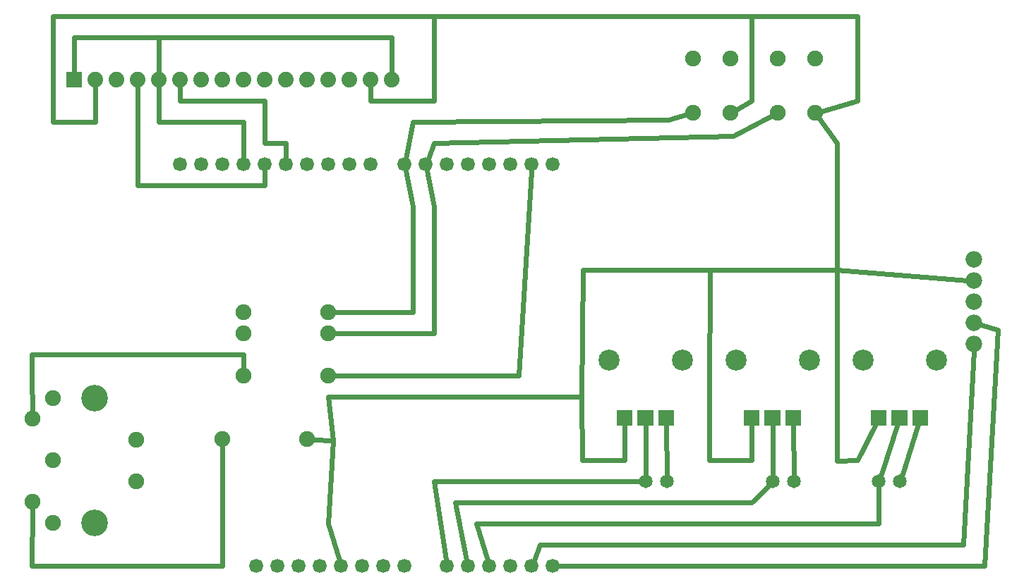
<source format=gbl>
G04 MADE WITH FRITZING*
G04 WWW.FRITZING.ORG*
G04 DOUBLE SIDED*
G04 HOLES PLATED*
G04 CONTOUR ON CENTER OF CONTOUR VECTOR*
%ASAXBY*%
%FSLAX23Y23*%
%MOIN*%
%OFA0B0*%
%SFA1.0B1.0*%
%ADD10C,0.075000*%
%ADD11C,0.126000*%
%ADD12C,0.078000*%
%ADD13C,0.066194*%
%ADD14C,0.066222*%
%ADD15C,0.074000*%
%ADD16C,0.098740*%
%ADD17C,0.065000*%
%ADD18C,0.024000*%
%ADD19R,0.001000X0.001000*%
%LNCOPPER0*%
G90*
G70*
G54D10*
X300Y345D03*
X202Y444D03*
X300Y641D03*
X202Y838D03*
X300Y936D03*
X694Y542D03*
G54D11*
X497Y936D03*
X497Y345D03*
G54D10*
X694Y739D03*
X1500Y741D03*
X1100Y741D03*
X1600Y1041D03*
X1200Y1041D03*
G54D12*
X4650Y1291D03*
X4650Y1391D03*
X4650Y1491D03*
X4650Y1591D03*
X4650Y1191D03*
G54D13*
X2260Y141D03*
X2360Y141D03*
X2460Y141D03*
X2560Y141D03*
X2660Y141D03*
G54D14*
X1800Y2041D03*
X1700Y2041D03*
X1600Y2041D03*
X1500Y2041D03*
X1400Y2041D03*
X1300Y2041D03*
X1200Y2041D03*
X1100Y2041D03*
X1000Y2041D03*
X900Y2041D03*
X2660Y2041D03*
X2560Y2041D03*
X2460Y2041D03*
X2360Y2041D03*
X2260Y2041D03*
X2160Y2041D03*
X2060Y2041D03*
X1960Y2041D03*
G54D13*
X1360Y141D03*
X1260Y141D03*
X1460Y141D03*
X1560Y141D03*
X1660Y141D03*
X1760Y141D03*
X1860Y141D03*
X1960Y141D03*
X2160Y141D03*
G54D10*
X3323Y2285D03*
X3323Y2541D03*
X3500Y2285D03*
X3500Y2541D03*
X3723Y2285D03*
X3723Y2541D03*
X3900Y2285D03*
X3900Y2541D03*
G54D15*
X3600Y841D03*
X3698Y841D03*
X3797Y841D03*
G54D16*
X3525Y1116D03*
X3872Y1116D03*
G54D15*
X3000Y841D03*
X3098Y841D03*
X3197Y841D03*
G54D16*
X2925Y1116D03*
X3272Y1116D03*
G54D15*
X4200Y841D03*
X4298Y841D03*
X4397Y841D03*
G54D16*
X4125Y1116D03*
X4472Y1116D03*
G54D15*
X400Y2441D03*
X500Y2441D03*
X600Y2441D03*
X700Y2441D03*
X800Y2441D03*
X900Y2441D03*
X1000Y2441D03*
X1100Y2441D03*
X1200Y2441D03*
X1300Y2441D03*
X1400Y2441D03*
X1500Y2441D03*
X1600Y2441D03*
X1700Y2441D03*
X1800Y2441D03*
X1900Y2441D03*
G54D10*
X1200Y1341D03*
X1600Y1341D03*
X1200Y1241D03*
X1600Y1241D03*
G54D17*
X3700Y541D03*
X3800Y541D03*
X3100Y541D03*
X3200Y541D03*
X4200Y541D03*
X4300Y541D03*
G54D18*
X1300Y2141D02*
X1300Y2341D01*
D02*
X1400Y2141D02*
X1300Y2141D01*
D02*
X1300Y2341D02*
X900Y2341D01*
D02*
X1400Y2071D02*
X1400Y2141D01*
D02*
X900Y2341D02*
X900Y2410D01*
D02*
X700Y1941D02*
X700Y2410D01*
D02*
X1300Y1941D02*
X700Y1941D01*
D02*
X1300Y2010D02*
X1300Y1941D01*
D02*
X1200Y2241D02*
X800Y2241D01*
D02*
X1200Y2071D02*
X1200Y2241D01*
D02*
X800Y2241D02*
X800Y2410D01*
D02*
X800Y2641D02*
X400Y2641D01*
D02*
X400Y2641D02*
X400Y2472D01*
D02*
X800Y2472D02*
X800Y2641D01*
D02*
X800Y2641D02*
X800Y2472D01*
D02*
X1900Y2641D02*
X800Y2641D01*
D02*
X1900Y2472D02*
X1900Y2641D01*
D02*
X2100Y2341D02*
X2100Y2741D01*
D02*
X300Y2741D02*
X300Y2241D01*
D02*
X1800Y2341D02*
X2100Y2341D01*
D02*
X500Y2241D02*
X500Y2410D01*
D02*
X3600Y2741D02*
X300Y2741D01*
D02*
X1800Y2410D02*
X1800Y2341D01*
D02*
X2100Y2741D02*
X3600Y2741D01*
D02*
X300Y2241D02*
X500Y2241D01*
D02*
X2500Y1041D02*
X2558Y2010D01*
D02*
X1629Y1041D02*
X2500Y1041D01*
D02*
X200Y1141D02*
X200Y1041D01*
D02*
X200Y1041D02*
X201Y866D01*
D02*
X1200Y1141D02*
X200Y1141D01*
D02*
X1200Y1069D02*
X1200Y1141D01*
D02*
X200Y141D02*
X201Y415D01*
D02*
X1100Y141D02*
X200Y141D01*
D02*
X1100Y712D02*
X1100Y141D01*
D02*
X1622Y735D02*
X1529Y739D01*
D02*
X1651Y170D02*
X1600Y341D01*
D02*
X1600Y341D02*
X1622Y735D01*
D02*
X2000Y2241D02*
X1966Y2070D01*
D02*
X3295Y2277D02*
X3206Y2252D01*
D02*
X3206Y2252D02*
X2000Y2241D01*
D02*
X2100Y2141D02*
X2071Y2069D01*
D02*
X3511Y2174D02*
X2100Y2141D01*
D02*
X3697Y2272D02*
X3511Y2174D01*
D02*
X4100Y2741D02*
X4100Y2341D01*
D02*
X4100Y2341D02*
X3928Y2293D01*
D02*
X3600Y2741D02*
X4100Y2741D01*
D02*
X3525Y2299D02*
X3600Y2341D01*
D02*
X3600Y2341D02*
X3600Y2741D01*
D02*
X2000Y1341D02*
X1629Y1341D01*
D02*
X2000Y1841D02*
X2000Y1341D01*
D02*
X1966Y2011D02*
X2000Y1841D01*
D02*
X2100Y1241D02*
X1629Y1241D01*
D02*
X2066Y2011D02*
X2100Y1841D01*
D02*
X2100Y1841D02*
X2100Y1241D01*
D02*
X4004Y1541D02*
X4004Y2141D01*
D02*
X4004Y2141D02*
X3917Y2262D01*
D02*
X2796Y941D02*
X2804Y1541D01*
D02*
X1600Y941D02*
X2796Y941D01*
D02*
X1622Y735D02*
X1600Y941D01*
D02*
X4300Y844D02*
X4208Y564D01*
D02*
X4310Y869D02*
X4300Y844D01*
D02*
X3099Y810D02*
X3100Y566D01*
D02*
X3699Y810D02*
X3700Y566D01*
D02*
X3800Y566D02*
X3797Y810D01*
D02*
X4308Y564D02*
X4387Y811D01*
D02*
X3200Y566D02*
X3197Y810D01*
D02*
X2800Y641D02*
X3000Y641D01*
D02*
X2796Y941D02*
X2800Y641D01*
D02*
X3000Y641D02*
X3000Y810D01*
D02*
X3404Y1541D02*
X3400Y941D01*
D02*
X3400Y641D02*
X3600Y641D01*
D02*
X3600Y641D02*
X3600Y810D01*
D02*
X4004Y1541D02*
X3404Y1541D01*
D02*
X3400Y941D02*
X3400Y641D01*
D02*
X4004Y741D02*
X4004Y637D01*
D02*
X4004Y637D02*
X4100Y641D01*
D02*
X4004Y1541D02*
X4004Y741D01*
D02*
X4100Y641D02*
X4186Y813D01*
D02*
X4004Y1541D02*
X4618Y1493D01*
D02*
X2804Y1541D02*
X4004Y1541D01*
D02*
X4761Y1257D02*
X4681Y1282D01*
D02*
X4700Y141D02*
X4761Y1257D01*
D02*
X2690Y141D02*
X4700Y141D01*
D02*
X2600Y241D02*
X4600Y241D01*
D02*
X4600Y241D02*
X4648Y1159D01*
D02*
X2571Y169D02*
X2600Y241D01*
D02*
X2100Y541D02*
X3075Y541D01*
D02*
X2156Y171D02*
X2100Y541D01*
D02*
X3600Y441D02*
X3682Y523D01*
D02*
X2254Y170D02*
X2200Y441D01*
D02*
X2200Y441D02*
X3600Y441D01*
D02*
X2300Y341D02*
X4200Y341D01*
D02*
X4200Y341D02*
X4200Y516D01*
D02*
X2351Y170D02*
X2300Y341D01*
G54D19*
X363Y2478D02*
X436Y2478D01*
X363Y2477D02*
X436Y2477D01*
X363Y2476D02*
X436Y2476D01*
X363Y2475D02*
X436Y2475D01*
X363Y2474D02*
X436Y2474D01*
X363Y2473D02*
X436Y2473D01*
X363Y2472D02*
X436Y2472D01*
X363Y2471D02*
X436Y2471D01*
X363Y2470D02*
X436Y2470D01*
X363Y2469D02*
X436Y2469D01*
X363Y2468D02*
X436Y2468D01*
X363Y2467D02*
X436Y2467D01*
X363Y2466D02*
X436Y2466D01*
X363Y2465D02*
X436Y2465D01*
X363Y2464D02*
X436Y2464D01*
X363Y2463D02*
X436Y2463D01*
X363Y2462D02*
X436Y2462D01*
X363Y2461D02*
X396Y2461D01*
X403Y2461D02*
X436Y2461D01*
X363Y2460D02*
X392Y2460D01*
X407Y2460D02*
X436Y2460D01*
X363Y2459D02*
X390Y2459D01*
X409Y2459D02*
X436Y2459D01*
X363Y2458D02*
X388Y2458D01*
X411Y2458D02*
X436Y2458D01*
X363Y2457D02*
X387Y2457D01*
X412Y2457D02*
X436Y2457D01*
X363Y2456D02*
X386Y2456D01*
X413Y2456D02*
X436Y2456D01*
X363Y2455D02*
X384Y2455D01*
X414Y2455D02*
X436Y2455D01*
X363Y2454D02*
X384Y2454D01*
X415Y2454D02*
X436Y2454D01*
X363Y2453D02*
X383Y2453D01*
X416Y2453D02*
X436Y2453D01*
X363Y2452D02*
X382Y2452D01*
X417Y2452D02*
X436Y2452D01*
X363Y2451D02*
X382Y2451D01*
X417Y2451D02*
X436Y2451D01*
X363Y2450D02*
X381Y2450D01*
X418Y2450D02*
X436Y2450D01*
X363Y2449D02*
X381Y2449D01*
X418Y2449D02*
X436Y2449D01*
X363Y2448D02*
X380Y2448D01*
X419Y2448D02*
X436Y2448D01*
X363Y2447D02*
X380Y2447D01*
X419Y2447D02*
X436Y2447D01*
X363Y2446D02*
X380Y2446D01*
X419Y2446D02*
X436Y2446D01*
X363Y2445D02*
X379Y2445D01*
X420Y2445D02*
X436Y2445D01*
X363Y2444D02*
X379Y2444D01*
X420Y2444D02*
X436Y2444D01*
X363Y2443D02*
X379Y2443D01*
X420Y2443D02*
X436Y2443D01*
X363Y2442D02*
X379Y2442D01*
X420Y2442D02*
X436Y2442D01*
X363Y2441D02*
X379Y2441D01*
X420Y2441D02*
X436Y2441D01*
X363Y2440D02*
X379Y2440D01*
X420Y2440D02*
X436Y2440D01*
X363Y2439D02*
X379Y2439D01*
X420Y2439D02*
X436Y2439D01*
X363Y2438D02*
X379Y2438D01*
X420Y2438D02*
X436Y2438D01*
X363Y2437D02*
X379Y2437D01*
X419Y2437D02*
X436Y2437D01*
X363Y2436D02*
X380Y2436D01*
X419Y2436D02*
X436Y2436D01*
X363Y2435D02*
X380Y2435D01*
X419Y2435D02*
X436Y2435D01*
X363Y2434D02*
X380Y2434D01*
X419Y2434D02*
X436Y2434D01*
X363Y2433D02*
X381Y2433D01*
X418Y2433D02*
X436Y2433D01*
X363Y2432D02*
X381Y2432D01*
X418Y2432D02*
X436Y2432D01*
X363Y2431D02*
X382Y2431D01*
X417Y2431D02*
X436Y2431D01*
X363Y2430D02*
X382Y2430D01*
X417Y2430D02*
X436Y2430D01*
X363Y2429D02*
X383Y2429D01*
X416Y2429D02*
X436Y2429D01*
X363Y2428D02*
X384Y2428D01*
X415Y2428D02*
X436Y2428D01*
X363Y2427D02*
X385Y2427D01*
X414Y2427D02*
X436Y2427D01*
X363Y2426D02*
X386Y2426D01*
X413Y2426D02*
X436Y2426D01*
X363Y2425D02*
X387Y2425D01*
X412Y2425D02*
X436Y2425D01*
X363Y2424D02*
X389Y2424D01*
X410Y2424D02*
X436Y2424D01*
X363Y2423D02*
X391Y2423D01*
X408Y2423D02*
X436Y2423D01*
X363Y2422D02*
X393Y2422D01*
X406Y2422D02*
X436Y2422D01*
X363Y2421D02*
X436Y2421D01*
X363Y2420D02*
X436Y2420D01*
X363Y2419D02*
X436Y2419D01*
X363Y2418D02*
X436Y2418D01*
X363Y2417D02*
X436Y2417D01*
X363Y2416D02*
X436Y2416D01*
X363Y2415D02*
X436Y2415D01*
X363Y2414D02*
X436Y2414D01*
X363Y2413D02*
X436Y2413D01*
X363Y2412D02*
X436Y2412D01*
X363Y2411D02*
X436Y2411D01*
X363Y2410D02*
X436Y2410D01*
X363Y2409D02*
X436Y2409D01*
X363Y2408D02*
X436Y2408D01*
X363Y2407D02*
X436Y2407D01*
X363Y2406D02*
X436Y2406D01*
X363Y2405D02*
X436Y2405D01*
X4646Y1630D02*
X4652Y1630D01*
X4641Y1629D02*
X4658Y1629D01*
X4637Y1628D02*
X4661Y1628D01*
X4635Y1627D02*
X4663Y1627D01*
X4633Y1626D02*
X4665Y1626D01*
X4631Y1625D02*
X4667Y1625D01*
X4629Y1624D02*
X4669Y1624D01*
X4628Y1623D02*
X4670Y1623D01*
X4627Y1622D02*
X4671Y1622D01*
X4625Y1621D02*
X4673Y1621D01*
X4624Y1620D02*
X4674Y1620D01*
X4623Y1619D02*
X4675Y1619D01*
X4622Y1618D02*
X4676Y1618D01*
X4621Y1617D02*
X4677Y1617D01*
X4620Y1616D02*
X4678Y1616D01*
X4619Y1615D02*
X4679Y1615D01*
X4619Y1614D02*
X4679Y1614D01*
X4618Y1613D02*
X4680Y1613D01*
X4617Y1612D02*
X4645Y1612D01*
X4653Y1612D02*
X4681Y1612D01*
X4617Y1611D02*
X4641Y1611D01*
X4657Y1611D02*
X4682Y1611D01*
X4616Y1610D02*
X4638Y1610D01*
X4660Y1610D02*
X4682Y1610D01*
X4615Y1609D02*
X4636Y1609D01*
X4662Y1609D02*
X4683Y1609D01*
X4615Y1608D02*
X4635Y1608D01*
X4663Y1608D02*
X4683Y1608D01*
X4614Y1607D02*
X4634Y1607D01*
X4664Y1607D02*
X4684Y1607D01*
X4614Y1606D02*
X4633Y1606D01*
X4665Y1606D02*
X4684Y1606D01*
X4613Y1605D02*
X4632Y1605D01*
X4666Y1605D02*
X4685Y1605D01*
X4613Y1604D02*
X4631Y1604D01*
X4667Y1604D02*
X4685Y1604D01*
X4613Y1603D02*
X4630Y1603D01*
X4668Y1603D02*
X4685Y1603D01*
X4612Y1602D02*
X4630Y1602D01*
X4668Y1602D02*
X4686Y1602D01*
X4612Y1601D02*
X4629Y1601D01*
X4669Y1601D02*
X4686Y1601D01*
X4612Y1600D02*
X4629Y1600D01*
X4669Y1600D02*
X4686Y1600D01*
X4611Y1599D02*
X4629Y1599D01*
X4669Y1599D02*
X4687Y1599D01*
X4611Y1598D02*
X4628Y1598D01*
X4670Y1598D02*
X4687Y1598D01*
X4611Y1597D02*
X4628Y1597D01*
X4670Y1597D02*
X4687Y1597D01*
X4611Y1596D02*
X4628Y1596D01*
X4670Y1596D02*
X4687Y1596D01*
X4611Y1595D02*
X4628Y1595D01*
X4670Y1595D02*
X4687Y1595D01*
X4611Y1594D02*
X4628Y1594D01*
X4670Y1594D02*
X4687Y1594D01*
X4611Y1593D02*
X4628Y1593D01*
X4670Y1593D02*
X4687Y1593D01*
X4611Y1592D02*
X4628Y1592D01*
X4671Y1592D02*
X4688Y1592D01*
X4611Y1591D02*
X4628Y1591D01*
X4671Y1591D02*
X4688Y1591D01*
X4611Y1590D02*
X4628Y1590D01*
X4670Y1590D02*
X4688Y1590D01*
X4611Y1589D02*
X4628Y1589D01*
X4670Y1589D02*
X4687Y1589D01*
X4611Y1588D02*
X4628Y1588D01*
X4670Y1588D02*
X4687Y1588D01*
X4611Y1587D02*
X4628Y1587D01*
X4670Y1587D02*
X4687Y1587D01*
X4611Y1586D02*
X4628Y1586D01*
X4670Y1586D02*
X4687Y1586D01*
X4611Y1585D02*
X4628Y1585D01*
X4670Y1585D02*
X4687Y1585D01*
X4611Y1584D02*
X4629Y1584D01*
X4670Y1584D02*
X4687Y1584D01*
X4612Y1583D02*
X4629Y1583D01*
X4669Y1583D02*
X4687Y1583D01*
X4612Y1582D02*
X4629Y1582D01*
X4669Y1582D02*
X4686Y1582D01*
X4612Y1581D02*
X4630Y1581D01*
X4668Y1581D02*
X4686Y1581D01*
X4612Y1580D02*
X4630Y1580D01*
X4668Y1580D02*
X4686Y1580D01*
X4613Y1579D02*
X4631Y1579D01*
X4667Y1579D02*
X4685Y1579D01*
X4613Y1578D02*
X4631Y1578D01*
X4667Y1578D02*
X4685Y1578D01*
X4614Y1577D02*
X4632Y1577D01*
X4666Y1577D02*
X4684Y1577D01*
X4614Y1576D02*
X4633Y1576D01*
X4665Y1576D02*
X4684Y1576D01*
X4615Y1575D02*
X4634Y1575D01*
X4664Y1575D02*
X4684Y1575D01*
X4615Y1574D02*
X4635Y1574D01*
X4663Y1574D02*
X4683Y1574D01*
X4616Y1573D02*
X4637Y1573D01*
X4661Y1573D02*
X4682Y1573D01*
X4616Y1572D02*
X4639Y1572D01*
X4659Y1572D02*
X4682Y1572D01*
X4617Y1571D02*
X4642Y1571D01*
X4656Y1571D02*
X4681Y1571D01*
X4617Y1570D02*
X4681Y1570D01*
X4618Y1569D02*
X4680Y1569D01*
X4619Y1568D02*
X4679Y1568D01*
X4620Y1567D02*
X4678Y1567D01*
X4621Y1566D02*
X4677Y1566D01*
X4622Y1565D02*
X4677Y1565D01*
X4623Y1564D02*
X4676Y1564D01*
X4624Y1563D02*
X4674Y1563D01*
X4625Y1562D02*
X4673Y1562D01*
X4626Y1561D02*
X4672Y1561D01*
X4627Y1560D02*
X4671Y1560D01*
X4629Y1559D02*
X4669Y1559D01*
X4630Y1558D02*
X4668Y1558D01*
X4632Y1557D02*
X4666Y1557D01*
X4634Y1556D02*
X4664Y1556D01*
X4636Y1555D02*
X4662Y1555D01*
X4639Y1554D02*
X4659Y1554D01*
X4642Y1553D02*
X4656Y1553D01*
X4646Y1530D02*
X4652Y1530D01*
X4641Y1529D02*
X4658Y1529D01*
X4637Y1528D02*
X4661Y1528D01*
X4635Y1527D02*
X4663Y1527D01*
X4633Y1526D02*
X4665Y1526D01*
X4631Y1525D02*
X4667Y1525D01*
X4629Y1524D02*
X4669Y1524D01*
X4628Y1523D02*
X4670Y1523D01*
X4627Y1522D02*
X4671Y1522D01*
X4625Y1521D02*
X4673Y1521D01*
X4624Y1520D02*
X4674Y1520D01*
X4623Y1519D02*
X4675Y1519D01*
X4622Y1518D02*
X4676Y1518D01*
X4621Y1517D02*
X4677Y1517D01*
X4620Y1516D02*
X4678Y1516D01*
X4619Y1515D02*
X4679Y1515D01*
X4619Y1514D02*
X4679Y1514D01*
X4618Y1513D02*
X4680Y1513D01*
X4617Y1512D02*
X4645Y1512D01*
X4653Y1512D02*
X4681Y1512D01*
X4617Y1511D02*
X4641Y1511D01*
X4658Y1511D02*
X4682Y1511D01*
X4616Y1510D02*
X4638Y1510D01*
X4660Y1510D02*
X4682Y1510D01*
X4615Y1509D02*
X4636Y1509D01*
X4662Y1509D02*
X4683Y1509D01*
X4615Y1508D02*
X4635Y1508D01*
X4663Y1508D02*
X4683Y1508D01*
X4614Y1507D02*
X4634Y1507D01*
X4664Y1507D02*
X4684Y1507D01*
X4614Y1506D02*
X4633Y1506D01*
X4665Y1506D02*
X4684Y1506D01*
X4613Y1505D02*
X4632Y1505D01*
X4666Y1505D02*
X4685Y1505D01*
X4613Y1504D02*
X4631Y1504D01*
X4667Y1504D02*
X4685Y1504D01*
X4613Y1503D02*
X4630Y1503D01*
X4668Y1503D02*
X4685Y1503D01*
X4612Y1502D02*
X4630Y1502D01*
X4668Y1502D02*
X4686Y1502D01*
X4612Y1501D02*
X4629Y1501D01*
X4669Y1501D02*
X4686Y1501D01*
X4612Y1500D02*
X4629Y1500D01*
X4669Y1500D02*
X4686Y1500D01*
X4611Y1499D02*
X4629Y1499D01*
X4669Y1499D02*
X4687Y1499D01*
X4611Y1498D02*
X4628Y1498D01*
X4670Y1498D02*
X4687Y1498D01*
X4611Y1497D02*
X4628Y1497D01*
X4670Y1497D02*
X4687Y1497D01*
X4611Y1496D02*
X4628Y1496D01*
X4670Y1496D02*
X4687Y1496D01*
X4611Y1495D02*
X4628Y1495D01*
X4670Y1495D02*
X4687Y1495D01*
X4611Y1494D02*
X4628Y1494D01*
X4670Y1494D02*
X4687Y1494D01*
X4611Y1493D02*
X4628Y1493D01*
X4670Y1493D02*
X4687Y1493D01*
X4611Y1492D02*
X4628Y1492D01*
X4671Y1492D02*
X4688Y1492D01*
X4611Y1491D02*
X4628Y1491D01*
X4671Y1491D02*
X4688Y1491D01*
X4611Y1490D02*
X4628Y1490D01*
X4670Y1490D02*
X4688Y1490D01*
X4611Y1489D02*
X4628Y1489D01*
X4670Y1489D02*
X4687Y1489D01*
X4611Y1488D02*
X4628Y1488D01*
X4670Y1488D02*
X4687Y1488D01*
X4611Y1487D02*
X4628Y1487D01*
X4670Y1487D02*
X4687Y1487D01*
X4611Y1486D02*
X4628Y1486D01*
X4670Y1486D02*
X4687Y1486D01*
X4611Y1485D02*
X4628Y1485D01*
X4670Y1485D02*
X4687Y1485D01*
X4611Y1484D02*
X4629Y1484D01*
X4670Y1484D02*
X4687Y1484D01*
X4612Y1483D02*
X4629Y1483D01*
X4669Y1483D02*
X4687Y1483D01*
X4612Y1482D02*
X4629Y1482D01*
X4669Y1482D02*
X4686Y1482D01*
X4612Y1481D02*
X4630Y1481D01*
X4668Y1481D02*
X4686Y1481D01*
X4612Y1480D02*
X4630Y1480D01*
X4668Y1480D02*
X4686Y1480D01*
X4613Y1479D02*
X4631Y1479D01*
X4667Y1479D02*
X4685Y1479D01*
X4613Y1478D02*
X4631Y1478D01*
X4667Y1478D02*
X4685Y1478D01*
X4614Y1477D02*
X4632Y1477D01*
X4666Y1477D02*
X4684Y1477D01*
X4614Y1476D02*
X4633Y1476D01*
X4665Y1476D02*
X4684Y1476D01*
X4615Y1475D02*
X4634Y1475D01*
X4664Y1475D02*
X4684Y1475D01*
X4615Y1474D02*
X4635Y1474D01*
X4663Y1474D02*
X4683Y1474D01*
X4616Y1473D02*
X4637Y1473D01*
X4661Y1473D02*
X4682Y1473D01*
X4616Y1472D02*
X4639Y1472D01*
X4659Y1472D02*
X4682Y1472D01*
X4617Y1471D02*
X4642Y1471D01*
X4656Y1471D02*
X4681Y1471D01*
X4617Y1470D02*
X4681Y1470D01*
X4618Y1469D02*
X4680Y1469D01*
X4619Y1468D02*
X4679Y1468D01*
X4620Y1467D02*
X4678Y1467D01*
X4621Y1466D02*
X4677Y1466D01*
X4622Y1465D02*
X4676Y1465D01*
X4623Y1464D02*
X4676Y1464D01*
X4624Y1463D02*
X4674Y1463D01*
X4625Y1462D02*
X4673Y1462D01*
X4626Y1461D02*
X4672Y1461D01*
X4627Y1460D02*
X4671Y1460D01*
X4629Y1459D02*
X4669Y1459D01*
X4630Y1458D02*
X4668Y1458D01*
X4632Y1457D02*
X4666Y1457D01*
X4634Y1456D02*
X4664Y1456D01*
X4636Y1455D02*
X4662Y1455D01*
X4639Y1454D02*
X4659Y1454D01*
X4642Y1453D02*
X4656Y1453D01*
X4646Y1430D02*
X4652Y1430D01*
X4640Y1429D02*
X4658Y1429D01*
X4637Y1428D02*
X4661Y1428D01*
X4635Y1427D02*
X4663Y1427D01*
X4633Y1426D02*
X4665Y1426D01*
X4631Y1425D02*
X4667Y1425D01*
X4629Y1424D02*
X4669Y1424D01*
X4628Y1423D02*
X4670Y1423D01*
X4627Y1422D02*
X4671Y1422D01*
X4625Y1421D02*
X4673Y1421D01*
X4624Y1420D02*
X4674Y1420D01*
X4623Y1419D02*
X4675Y1419D01*
X4622Y1418D02*
X4676Y1418D01*
X4621Y1417D02*
X4677Y1417D01*
X4620Y1416D02*
X4678Y1416D01*
X4619Y1415D02*
X4679Y1415D01*
X4619Y1414D02*
X4679Y1414D01*
X4618Y1413D02*
X4680Y1413D01*
X4617Y1412D02*
X4645Y1412D01*
X4653Y1412D02*
X4681Y1412D01*
X4617Y1411D02*
X4641Y1411D01*
X4658Y1411D02*
X4682Y1411D01*
X4616Y1410D02*
X4638Y1410D01*
X4660Y1410D02*
X4682Y1410D01*
X4615Y1409D02*
X4636Y1409D01*
X4662Y1409D02*
X4683Y1409D01*
X4615Y1408D02*
X4635Y1408D01*
X4663Y1408D02*
X4683Y1408D01*
X4614Y1407D02*
X4634Y1407D01*
X4664Y1407D02*
X4684Y1407D01*
X4614Y1406D02*
X4633Y1406D01*
X4665Y1406D02*
X4684Y1406D01*
X4613Y1405D02*
X4632Y1405D01*
X4666Y1405D02*
X4685Y1405D01*
X4613Y1404D02*
X4631Y1404D01*
X4667Y1404D02*
X4685Y1404D01*
X4613Y1403D02*
X4630Y1403D01*
X4668Y1403D02*
X4685Y1403D01*
X4612Y1402D02*
X4630Y1402D01*
X4668Y1402D02*
X4686Y1402D01*
X4612Y1401D02*
X4629Y1401D01*
X4669Y1401D02*
X4686Y1401D01*
X4612Y1400D02*
X4629Y1400D01*
X4669Y1400D02*
X4686Y1400D01*
X4611Y1399D02*
X4629Y1399D01*
X4669Y1399D02*
X4687Y1399D01*
X4611Y1398D02*
X4628Y1398D01*
X4670Y1398D02*
X4687Y1398D01*
X4611Y1397D02*
X4628Y1397D01*
X4670Y1397D02*
X4687Y1397D01*
X4611Y1396D02*
X4628Y1396D01*
X4670Y1396D02*
X4687Y1396D01*
X4611Y1395D02*
X4628Y1395D01*
X4670Y1395D02*
X4687Y1395D01*
X4611Y1394D02*
X4628Y1394D01*
X4670Y1394D02*
X4687Y1394D01*
X4611Y1393D02*
X4628Y1393D01*
X4670Y1393D02*
X4687Y1393D01*
X4611Y1392D02*
X4628Y1392D01*
X4671Y1392D02*
X4688Y1392D01*
X4611Y1391D02*
X4628Y1391D01*
X4671Y1391D02*
X4688Y1391D01*
X4611Y1390D02*
X4628Y1390D01*
X4670Y1390D02*
X4688Y1390D01*
X4611Y1389D02*
X4628Y1389D01*
X4670Y1389D02*
X4687Y1389D01*
X4611Y1388D02*
X4628Y1388D01*
X4670Y1388D02*
X4687Y1388D01*
X4611Y1387D02*
X4628Y1387D01*
X4670Y1387D02*
X4687Y1387D01*
X4611Y1386D02*
X4628Y1386D01*
X4670Y1386D02*
X4687Y1386D01*
X4611Y1385D02*
X4628Y1385D01*
X4670Y1385D02*
X4687Y1385D01*
X4611Y1384D02*
X4629Y1384D01*
X4670Y1384D02*
X4687Y1384D01*
X4612Y1383D02*
X4629Y1383D01*
X4669Y1383D02*
X4687Y1383D01*
X4612Y1382D02*
X4629Y1382D01*
X4669Y1382D02*
X4686Y1382D01*
X4612Y1381D02*
X4630Y1381D01*
X4668Y1381D02*
X4686Y1381D01*
X4612Y1380D02*
X4630Y1380D01*
X4668Y1380D02*
X4686Y1380D01*
X4613Y1379D02*
X4631Y1379D01*
X4667Y1379D02*
X4685Y1379D01*
X4613Y1378D02*
X4631Y1378D01*
X4667Y1378D02*
X4685Y1378D01*
X4614Y1377D02*
X4632Y1377D01*
X4666Y1377D02*
X4684Y1377D01*
X4614Y1376D02*
X4633Y1376D01*
X4665Y1376D02*
X4684Y1376D01*
X4615Y1375D02*
X4634Y1375D01*
X4664Y1375D02*
X4684Y1375D01*
X4615Y1374D02*
X4635Y1374D01*
X4663Y1374D02*
X4683Y1374D01*
X4616Y1373D02*
X4637Y1373D01*
X4661Y1373D02*
X4682Y1373D01*
X4616Y1372D02*
X4639Y1372D01*
X4659Y1372D02*
X4682Y1372D01*
X4617Y1371D02*
X4642Y1371D01*
X4656Y1371D02*
X4681Y1371D01*
X4617Y1370D02*
X4681Y1370D01*
X4618Y1369D02*
X4680Y1369D01*
X4619Y1368D02*
X4679Y1368D01*
X4620Y1367D02*
X4678Y1367D01*
X4621Y1366D02*
X4677Y1366D01*
X4622Y1365D02*
X4676Y1365D01*
X4623Y1364D02*
X4676Y1364D01*
X4624Y1363D02*
X4674Y1363D01*
X4625Y1362D02*
X4673Y1362D01*
X4626Y1361D02*
X4672Y1361D01*
X4627Y1360D02*
X4671Y1360D01*
X4629Y1359D02*
X4669Y1359D01*
X4630Y1358D02*
X4668Y1358D01*
X4632Y1357D02*
X4666Y1357D01*
X4634Y1356D02*
X4664Y1356D01*
X4636Y1355D02*
X4662Y1355D01*
X4639Y1354D02*
X4659Y1354D01*
X4642Y1353D02*
X4656Y1353D01*
X4646Y1330D02*
X4652Y1330D01*
X4640Y1329D02*
X4658Y1329D01*
X4637Y1328D02*
X4661Y1328D01*
X4635Y1327D02*
X4663Y1327D01*
X4633Y1326D02*
X4665Y1326D01*
X4631Y1325D02*
X4667Y1325D01*
X4629Y1324D02*
X4669Y1324D01*
X4628Y1323D02*
X4670Y1323D01*
X4627Y1322D02*
X4671Y1322D01*
X4625Y1321D02*
X4673Y1321D01*
X4624Y1320D02*
X4674Y1320D01*
X4623Y1319D02*
X4675Y1319D01*
X4622Y1318D02*
X4676Y1318D01*
X4621Y1317D02*
X4677Y1317D01*
X4620Y1316D02*
X4678Y1316D01*
X4619Y1315D02*
X4679Y1315D01*
X4619Y1314D02*
X4679Y1314D01*
X4618Y1313D02*
X4680Y1313D01*
X4617Y1312D02*
X4645Y1312D01*
X4653Y1312D02*
X4681Y1312D01*
X4617Y1311D02*
X4641Y1311D01*
X4658Y1311D02*
X4682Y1311D01*
X4616Y1310D02*
X4638Y1310D01*
X4660Y1310D02*
X4682Y1310D01*
X4615Y1309D02*
X4636Y1309D01*
X4662Y1309D02*
X4683Y1309D01*
X4615Y1308D02*
X4635Y1308D01*
X4663Y1308D02*
X4683Y1308D01*
X4614Y1307D02*
X4634Y1307D01*
X4664Y1307D02*
X4684Y1307D01*
X4614Y1306D02*
X4633Y1306D01*
X4665Y1306D02*
X4684Y1306D01*
X4613Y1305D02*
X4632Y1305D01*
X4666Y1305D02*
X4685Y1305D01*
X4613Y1304D02*
X4631Y1304D01*
X4667Y1304D02*
X4685Y1304D01*
X4613Y1303D02*
X4630Y1303D01*
X4668Y1303D02*
X4685Y1303D01*
X4612Y1302D02*
X4630Y1302D01*
X4668Y1302D02*
X4686Y1302D01*
X4612Y1301D02*
X4629Y1301D01*
X4669Y1301D02*
X4686Y1301D01*
X4612Y1300D02*
X4629Y1300D01*
X4669Y1300D02*
X4686Y1300D01*
X4611Y1299D02*
X4629Y1299D01*
X4669Y1299D02*
X4687Y1299D01*
X4611Y1298D02*
X4628Y1298D01*
X4670Y1298D02*
X4687Y1298D01*
X4611Y1297D02*
X4628Y1297D01*
X4670Y1297D02*
X4687Y1297D01*
X4611Y1296D02*
X4628Y1296D01*
X4670Y1296D02*
X4687Y1296D01*
X4611Y1295D02*
X4628Y1295D01*
X4670Y1295D02*
X4687Y1295D01*
X4611Y1294D02*
X4628Y1294D01*
X4670Y1294D02*
X4687Y1294D01*
X4611Y1293D02*
X4628Y1293D01*
X4670Y1293D02*
X4687Y1293D01*
X4611Y1292D02*
X4628Y1292D01*
X4671Y1292D02*
X4688Y1292D01*
X4611Y1291D02*
X4628Y1291D01*
X4671Y1291D02*
X4688Y1291D01*
X4611Y1290D02*
X4628Y1290D01*
X4670Y1290D02*
X4688Y1290D01*
X4611Y1289D02*
X4628Y1289D01*
X4670Y1289D02*
X4687Y1289D01*
X4611Y1288D02*
X4628Y1288D01*
X4670Y1288D02*
X4687Y1288D01*
X4611Y1287D02*
X4628Y1287D01*
X4670Y1287D02*
X4687Y1287D01*
X4611Y1286D02*
X4628Y1286D01*
X4670Y1286D02*
X4687Y1286D01*
X4611Y1285D02*
X4628Y1285D01*
X4670Y1285D02*
X4687Y1285D01*
X4611Y1284D02*
X4629Y1284D01*
X4670Y1284D02*
X4687Y1284D01*
X4612Y1283D02*
X4629Y1283D01*
X4669Y1283D02*
X4687Y1283D01*
X4612Y1282D02*
X4629Y1282D01*
X4669Y1282D02*
X4686Y1282D01*
X4612Y1281D02*
X4630Y1281D01*
X4668Y1281D02*
X4686Y1281D01*
X4612Y1280D02*
X4630Y1280D01*
X4668Y1280D02*
X4686Y1280D01*
X4613Y1279D02*
X4631Y1279D01*
X4667Y1279D02*
X4685Y1279D01*
X4613Y1278D02*
X4631Y1278D01*
X4667Y1278D02*
X4685Y1278D01*
X4614Y1277D02*
X4632Y1277D01*
X4666Y1277D02*
X4684Y1277D01*
X4614Y1276D02*
X4633Y1276D01*
X4665Y1276D02*
X4684Y1276D01*
X4615Y1275D02*
X4634Y1275D01*
X4664Y1275D02*
X4684Y1275D01*
X4615Y1274D02*
X4635Y1274D01*
X4663Y1274D02*
X4683Y1274D01*
X4616Y1273D02*
X4637Y1273D01*
X4661Y1273D02*
X4682Y1273D01*
X4616Y1272D02*
X4639Y1272D01*
X4659Y1272D02*
X4682Y1272D01*
X4617Y1271D02*
X4642Y1271D01*
X4656Y1271D02*
X4681Y1271D01*
X4617Y1270D02*
X4681Y1270D01*
X4618Y1269D02*
X4680Y1269D01*
X4619Y1268D02*
X4679Y1268D01*
X4620Y1267D02*
X4678Y1267D01*
X4621Y1266D02*
X4677Y1266D01*
X4622Y1265D02*
X4676Y1265D01*
X4623Y1264D02*
X4676Y1264D01*
X4624Y1263D02*
X4674Y1263D01*
X4625Y1262D02*
X4673Y1262D01*
X4626Y1261D02*
X4672Y1261D01*
X4627Y1260D02*
X4671Y1260D01*
X4629Y1259D02*
X4669Y1259D01*
X4630Y1258D02*
X4668Y1258D01*
X4632Y1257D02*
X4666Y1257D01*
X4634Y1256D02*
X4664Y1256D01*
X4636Y1255D02*
X4662Y1255D01*
X4639Y1254D02*
X4659Y1254D01*
X4642Y1253D02*
X4656Y1253D01*
X4646Y1230D02*
X4652Y1230D01*
X4640Y1229D02*
X4658Y1229D01*
X4637Y1228D02*
X4661Y1228D01*
X4635Y1227D02*
X4663Y1227D01*
X4633Y1226D02*
X4665Y1226D01*
X4631Y1225D02*
X4667Y1225D01*
X4629Y1224D02*
X4669Y1224D01*
X4628Y1223D02*
X4670Y1223D01*
X4627Y1222D02*
X4671Y1222D01*
X4625Y1221D02*
X4673Y1221D01*
X4624Y1220D02*
X4674Y1220D01*
X4623Y1219D02*
X4675Y1219D01*
X4622Y1218D02*
X4676Y1218D01*
X4621Y1217D02*
X4677Y1217D01*
X4620Y1216D02*
X4678Y1216D01*
X4619Y1215D02*
X4679Y1215D01*
X4619Y1214D02*
X4679Y1214D01*
X4618Y1213D02*
X4680Y1213D01*
X4617Y1212D02*
X4645Y1212D01*
X4653Y1212D02*
X4681Y1212D01*
X4617Y1211D02*
X4641Y1211D01*
X4658Y1211D02*
X4682Y1211D01*
X4616Y1210D02*
X4638Y1210D01*
X4660Y1210D02*
X4682Y1210D01*
X4615Y1209D02*
X4636Y1209D01*
X4662Y1209D02*
X4683Y1209D01*
X4615Y1208D02*
X4635Y1208D01*
X4663Y1208D02*
X4683Y1208D01*
X4614Y1207D02*
X4634Y1207D01*
X4664Y1207D02*
X4684Y1207D01*
X4614Y1206D02*
X4633Y1206D01*
X4665Y1206D02*
X4684Y1206D01*
X4613Y1205D02*
X4632Y1205D01*
X4666Y1205D02*
X4685Y1205D01*
X4613Y1204D02*
X4631Y1204D01*
X4667Y1204D02*
X4685Y1204D01*
X4613Y1203D02*
X4630Y1203D01*
X4668Y1203D02*
X4685Y1203D01*
X4612Y1202D02*
X4630Y1202D01*
X4668Y1202D02*
X4686Y1202D01*
X4612Y1201D02*
X4629Y1201D01*
X4669Y1201D02*
X4686Y1201D01*
X4612Y1200D02*
X4629Y1200D01*
X4669Y1200D02*
X4686Y1200D01*
X4611Y1199D02*
X4629Y1199D01*
X4669Y1199D02*
X4687Y1199D01*
X4611Y1198D02*
X4628Y1198D01*
X4670Y1198D02*
X4687Y1198D01*
X4611Y1197D02*
X4628Y1197D01*
X4670Y1197D02*
X4687Y1197D01*
X4611Y1196D02*
X4628Y1196D01*
X4670Y1196D02*
X4687Y1196D01*
X4611Y1195D02*
X4628Y1195D01*
X4670Y1195D02*
X4687Y1195D01*
X4611Y1194D02*
X4628Y1194D01*
X4670Y1194D02*
X4687Y1194D01*
X4611Y1193D02*
X4628Y1193D01*
X4670Y1193D02*
X4687Y1193D01*
X4611Y1192D02*
X4628Y1192D01*
X4671Y1192D02*
X4688Y1192D01*
X4611Y1191D02*
X4628Y1191D01*
X4671Y1191D02*
X4688Y1191D01*
X4611Y1190D02*
X4628Y1190D01*
X4670Y1190D02*
X4688Y1190D01*
X4611Y1189D02*
X4628Y1189D01*
X4670Y1189D02*
X4687Y1189D01*
X4611Y1188D02*
X4628Y1188D01*
X4670Y1188D02*
X4687Y1188D01*
X4611Y1187D02*
X4628Y1187D01*
X4670Y1187D02*
X4687Y1187D01*
X4611Y1186D02*
X4628Y1186D01*
X4670Y1186D02*
X4687Y1186D01*
X4611Y1185D02*
X4628Y1185D01*
X4670Y1185D02*
X4687Y1185D01*
X4611Y1184D02*
X4629Y1184D01*
X4670Y1184D02*
X4687Y1184D01*
X4612Y1183D02*
X4629Y1183D01*
X4669Y1183D02*
X4687Y1183D01*
X4612Y1182D02*
X4629Y1182D01*
X4669Y1182D02*
X4686Y1182D01*
X4612Y1181D02*
X4630Y1181D01*
X4668Y1181D02*
X4686Y1181D01*
X4612Y1180D02*
X4630Y1180D01*
X4668Y1180D02*
X4686Y1180D01*
X4613Y1179D02*
X4631Y1179D01*
X4667Y1179D02*
X4685Y1179D01*
X4613Y1178D02*
X4631Y1178D01*
X4667Y1178D02*
X4685Y1178D01*
X4614Y1177D02*
X4632Y1177D01*
X4666Y1177D02*
X4684Y1177D01*
X4614Y1176D02*
X4633Y1176D01*
X4665Y1176D02*
X4684Y1176D01*
X4615Y1175D02*
X4634Y1175D01*
X4664Y1175D02*
X4684Y1175D01*
X4615Y1174D02*
X4635Y1174D01*
X4663Y1174D02*
X4683Y1174D01*
X4616Y1173D02*
X4637Y1173D01*
X4661Y1173D02*
X4682Y1173D01*
X4616Y1172D02*
X4639Y1172D01*
X4659Y1172D02*
X4682Y1172D01*
X4617Y1171D02*
X4642Y1171D01*
X4656Y1171D02*
X4681Y1171D01*
X4617Y1170D02*
X4681Y1170D01*
X4618Y1169D02*
X4680Y1169D01*
X4619Y1168D02*
X4679Y1168D01*
X4620Y1167D02*
X4678Y1167D01*
X4621Y1166D02*
X4677Y1166D01*
X4622Y1165D02*
X4676Y1165D01*
X4623Y1164D02*
X4676Y1164D01*
X4624Y1163D02*
X4674Y1163D01*
X4625Y1162D02*
X4673Y1162D01*
X4626Y1161D02*
X4672Y1161D01*
X4627Y1160D02*
X4671Y1160D01*
X4629Y1159D02*
X4669Y1159D01*
X4630Y1158D02*
X4668Y1158D01*
X4632Y1157D02*
X4666Y1157D01*
X4634Y1156D02*
X4664Y1156D01*
X4636Y1155D02*
X4662Y1155D01*
X4639Y1154D02*
X4659Y1154D01*
X4642Y1153D02*
X4656Y1153D01*
X2963Y878D02*
X3035Y878D01*
X3061Y878D02*
X3134Y878D01*
X3160Y878D02*
X3232Y878D01*
X3563Y878D02*
X3635Y878D01*
X3661Y878D02*
X3734Y878D01*
X3760Y878D02*
X3832Y878D01*
X4163Y878D02*
X4235Y878D01*
X4261Y878D02*
X4334Y878D01*
X4360Y878D02*
X4432Y878D01*
X2963Y877D02*
X3036Y877D01*
X3061Y877D02*
X3134Y877D01*
X3160Y877D02*
X3233Y877D01*
X3563Y877D02*
X3636Y877D01*
X3661Y877D02*
X3734Y877D01*
X3759Y877D02*
X3832Y877D01*
X4163Y877D02*
X4236Y877D01*
X4261Y877D02*
X4334Y877D01*
X4359Y877D02*
X4432Y877D01*
X2963Y876D02*
X3036Y876D01*
X3061Y876D02*
X3134Y876D01*
X3160Y876D02*
X3233Y876D01*
X3563Y876D02*
X3636Y876D01*
X3661Y876D02*
X3734Y876D01*
X3759Y876D02*
X3832Y876D01*
X4163Y876D02*
X4236Y876D01*
X4261Y876D02*
X4334Y876D01*
X4359Y876D02*
X4432Y876D01*
X2963Y875D02*
X3036Y875D01*
X3061Y875D02*
X3134Y875D01*
X3160Y875D02*
X3233Y875D01*
X3563Y875D02*
X3636Y875D01*
X3661Y875D02*
X3734Y875D01*
X3759Y875D02*
X3832Y875D01*
X4163Y875D02*
X4236Y875D01*
X4261Y875D02*
X4334Y875D01*
X4359Y875D02*
X4432Y875D01*
X2963Y874D02*
X3036Y874D01*
X3061Y874D02*
X3134Y874D01*
X3160Y874D02*
X3233Y874D01*
X3563Y874D02*
X3636Y874D01*
X3661Y874D02*
X3734Y874D01*
X3759Y874D02*
X3832Y874D01*
X4163Y874D02*
X4236Y874D01*
X4261Y874D02*
X4334Y874D01*
X4359Y874D02*
X4432Y874D01*
X2963Y873D02*
X3036Y873D01*
X3061Y873D02*
X3134Y873D01*
X3160Y873D02*
X3233Y873D01*
X3563Y873D02*
X3636Y873D01*
X3661Y873D02*
X3734Y873D01*
X3759Y873D02*
X3832Y873D01*
X4163Y873D02*
X4236Y873D01*
X4261Y873D02*
X4334Y873D01*
X4359Y873D02*
X4432Y873D01*
X2963Y872D02*
X3036Y872D01*
X3061Y872D02*
X3134Y872D01*
X3160Y872D02*
X3233Y872D01*
X3563Y872D02*
X3636Y872D01*
X3661Y872D02*
X3734Y872D01*
X3759Y872D02*
X3832Y872D01*
X4163Y872D02*
X4236Y872D01*
X4261Y872D02*
X4334Y872D01*
X4359Y872D02*
X4432Y872D01*
X2963Y871D02*
X3036Y871D01*
X3061Y871D02*
X3134Y871D01*
X3160Y871D02*
X3233Y871D01*
X3563Y871D02*
X3636Y871D01*
X3661Y871D02*
X3734Y871D01*
X3759Y871D02*
X3832Y871D01*
X4163Y871D02*
X4236Y871D01*
X4261Y871D02*
X4334Y871D01*
X4359Y871D02*
X4432Y871D01*
X2963Y870D02*
X3036Y870D01*
X3061Y870D02*
X3134Y870D01*
X3160Y870D02*
X3233Y870D01*
X3563Y870D02*
X3636Y870D01*
X3661Y870D02*
X3734Y870D01*
X3759Y870D02*
X3832Y870D01*
X4163Y870D02*
X4236Y870D01*
X4261Y870D02*
X4334Y870D01*
X4359Y870D02*
X4432Y870D01*
X2963Y869D02*
X3036Y869D01*
X3061Y869D02*
X3134Y869D01*
X3160Y869D02*
X3233Y869D01*
X3563Y869D02*
X3636Y869D01*
X3661Y869D02*
X3734Y869D01*
X3759Y869D02*
X3832Y869D01*
X4163Y869D02*
X4236Y869D01*
X4261Y869D02*
X4334Y869D01*
X4359Y869D02*
X4432Y869D01*
X2963Y868D02*
X3036Y868D01*
X3061Y868D02*
X3134Y868D01*
X3160Y868D02*
X3233Y868D01*
X3563Y868D02*
X3636Y868D01*
X3661Y868D02*
X3734Y868D01*
X3759Y868D02*
X3832Y868D01*
X4163Y868D02*
X4236Y868D01*
X4261Y868D02*
X4334Y868D01*
X4359Y868D02*
X4432Y868D01*
X2963Y867D02*
X3036Y867D01*
X3061Y867D02*
X3134Y867D01*
X3160Y867D02*
X3233Y867D01*
X3563Y867D02*
X3636Y867D01*
X3661Y867D02*
X3734Y867D01*
X3759Y867D02*
X3832Y867D01*
X4163Y867D02*
X4236Y867D01*
X4261Y867D02*
X4334Y867D01*
X4359Y867D02*
X4432Y867D01*
X2963Y866D02*
X3036Y866D01*
X3061Y866D02*
X3134Y866D01*
X3160Y866D02*
X3233Y866D01*
X3563Y866D02*
X3636Y866D01*
X3661Y866D02*
X3734Y866D01*
X3759Y866D02*
X3832Y866D01*
X4163Y866D02*
X4236Y866D01*
X4261Y866D02*
X4334Y866D01*
X4359Y866D02*
X4432Y866D01*
X2963Y865D02*
X3036Y865D01*
X3061Y865D02*
X3134Y865D01*
X3160Y865D02*
X3233Y865D01*
X3563Y865D02*
X3636Y865D01*
X3661Y865D02*
X3734Y865D01*
X3759Y865D02*
X3832Y865D01*
X4163Y865D02*
X4236Y865D01*
X4261Y865D02*
X4334Y865D01*
X4359Y865D02*
X4432Y865D01*
X2963Y864D02*
X3036Y864D01*
X3061Y864D02*
X3134Y864D01*
X3160Y864D02*
X3233Y864D01*
X3563Y864D02*
X3636Y864D01*
X3661Y864D02*
X3734Y864D01*
X3759Y864D02*
X3832Y864D01*
X4163Y864D02*
X4236Y864D01*
X4261Y864D02*
X4334Y864D01*
X4359Y864D02*
X4432Y864D01*
X2963Y863D02*
X3036Y863D01*
X3061Y863D02*
X3134Y863D01*
X3160Y863D02*
X3233Y863D01*
X3563Y863D02*
X3636Y863D01*
X3661Y863D02*
X3734Y863D01*
X3759Y863D02*
X3832Y863D01*
X4163Y863D02*
X4236Y863D01*
X4261Y863D02*
X4334Y863D01*
X4359Y863D02*
X4432Y863D01*
X2963Y862D02*
X3036Y862D01*
X3061Y862D02*
X3134Y862D01*
X3160Y862D02*
X3233Y862D01*
X3563Y862D02*
X3636Y862D01*
X3661Y862D02*
X3734Y862D01*
X3759Y862D02*
X3832Y862D01*
X4163Y862D02*
X4236Y862D01*
X4261Y862D02*
X4334Y862D01*
X4359Y862D02*
X4432Y862D01*
X2963Y861D02*
X3036Y861D01*
X3061Y861D02*
X3134Y861D01*
X3160Y861D02*
X3233Y861D01*
X3563Y861D02*
X3636Y861D01*
X3661Y861D02*
X3734Y861D01*
X3759Y861D02*
X3832Y861D01*
X4163Y861D02*
X4236Y861D01*
X4261Y861D02*
X4334Y861D01*
X4359Y861D02*
X4432Y861D01*
X2963Y860D02*
X2993Y860D01*
X3006Y860D02*
X3036Y860D01*
X3061Y860D02*
X3091Y860D01*
X3104Y860D02*
X3134Y860D01*
X3160Y860D02*
X3190Y860D01*
X3202Y860D02*
X3233Y860D01*
X3563Y860D02*
X3593Y860D01*
X3606Y860D02*
X3636Y860D01*
X3661Y860D02*
X3691Y860D01*
X3704Y860D02*
X3734Y860D01*
X3759Y860D02*
X3790Y860D01*
X3802Y860D02*
X3832Y860D01*
X4163Y860D02*
X4193Y860D01*
X4205Y860D02*
X4236Y860D01*
X4261Y860D02*
X4291Y860D01*
X4304Y860D02*
X4334Y860D01*
X4359Y860D02*
X4389Y860D01*
X4402Y860D02*
X4432Y860D01*
X2963Y859D02*
X2990Y859D01*
X3008Y859D02*
X3036Y859D01*
X3061Y859D02*
X3089Y859D01*
X3107Y859D02*
X3134Y859D01*
X3160Y859D02*
X3187Y859D01*
X3205Y859D02*
X3233Y859D01*
X3563Y859D02*
X3590Y859D01*
X3608Y859D02*
X3636Y859D01*
X3661Y859D02*
X3689Y859D01*
X3707Y859D02*
X3734Y859D01*
X3759Y859D02*
X3787Y859D01*
X3805Y859D02*
X3832Y859D01*
X4163Y859D02*
X4190Y859D01*
X4208Y859D02*
X4236Y859D01*
X4261Y859D02*
X4289Y859D01*
X4306Y859D02*
X4334Y859D01*
X4359Y859D02*
X4387Y859D01*
X4405Y859D02*
X4432Y859D01*
X2963Y858D02*
X2988Y858D01*
X3010Y858D02*
X3036Y858D01*
X3061Y858D02*
X3087Y858D01*
X3108Y858D02*
X3134Y858D01*
X3160Y858D02*
X3185Y858D01*
X3207Y858D02*
X3233Y858D01*
X3563Y858D02*
X3588Y858D01*
X3610Y858D02*
X3636Y858D01*
X3661Y858D02*
X3687Y858D01*
X3708Y858D02*
X3734Y858D01*
X3759Y858D02*
X3785Y858D01*
X3807Y858D02*
X3832Y858D01*
X4163Y858D02*
X4188Y858D01*
X4210Y858D02*
X4236Y858D01*
X4261Y858D02*
X4287Y858D01*
X4308Y858D02*
X4334Y858D01*
X4359Y858D02*
X4385Y858D01*
X4407Y858D02*
X4432Y858D01*
X2963Y857D02*
X2987Y857D01*
X3011Y857D02*
X3036Y857D01*
X3061Y857D02*
X3085Y857D01*
X3110Y857D02*
X3134Y857D01*
X3160Y857D02*
X3184Y857D01*
X3208Y857D02*
X3233Y857D01*
X3563Y857D02*
X3587Y857D01*
X3611Y857D02*
X3636Y857D01*
X3661Y857D02*
X3685Y857D01*
X3710Y857D02*
X3734Y857D01*
X3759Y857D02*
X3784Y857D01*
X3808Y857D02*
X3832Y857D01*
X4163Y857D02*
X4187Y857D01*
X4211Y857D02*
X4236Y857D01*
X4261Y857D02*
X4285Y857D01*
X4310Y857D02*
X4334Y857D01*
X4359Y857D02*
X4384Y857D01*
X4408Y857D02*
X4432Y857D01*
X2963Y856D02*
X2986Y856D01*
X3013Y856D02*
X3036Y856D01*
X3061Y856D02*
X3084Y856D01*
X3111Y856D02*
X3134Y856D01*
X3160Y856D02*
X3183Y856D01*
X3210Y856D02*
X3233Y856D01*
X3563Y856D02*
X3586Y856D01*
X3613Y856D02*
X3636Y856D01*
X3661Y856D02*
X3684Y856D01*
X3711Y856D02*
X3734Y856D01*
X3759Y856D02*
X3782Y856D01*
X3809Y856D02*
X3832Y856D01*
X4163Y856D02*
X4186Y856D01*
X4213Y856D02*
X4236Y856D01*
X4261Y856D02*
X4284Y856D01*
X4311Y856D02*
X4334Y856D01*
X4359Y856D02*
X4382Y856D01*
X4409Y856D02*
X4432Y856D01*
X2963Y855D02*
X2985Y855D01*
X3014Y855D02*
X3036Y855D01*
X3061Y855D02*
X3083Y855D01*
X3112Y855D02*
X3134Y855D01*
X3160Y855D02*
X3181Y855D01*
X3211Y855D02*
X3233Y855D01*
X3563Y855D02*
X3585Y855D01*
X3614Y855D02*
X3636Y855D01*
X3661Y855D02*
X3683Y855D01*
X3712Y855D02*
X3734Y855D01*
X3759Y855D02*
X3781Y855D01*
X3811Y855D02*
X3832Y855D01*
X4163Y855D02*
X4185Y855D01*
X4214Y855D02*
X4236Y855D01*
X4261Y855D02*
X4283Y855D01*
X4312Y855D02*
X4334Y855D01*
X4359Y855D02*
X4381Y855D01*
X4410Y855D02*
X4432Y855D01*
X2963Y854D02*
X2984Y854D01*
X3015Y854D02*
X3036Y854D01*
X3061Y854D02*
X3082Y854D01*
X3113Y854D02*
X3134Y854D01*
X3160Y854D02*
X3181Y854D01*
X3211Y854D02*
X3233Y854D01*
X3563Y854D02*
X3584Y854D01*
X3615Y854D02*
X3636Y854D01*
X3661Y854D02*
X3682Y854D01*
X3713Y854D02*
X3734Y854D01*
X3759Y854D02*
X3780Y854D01*
X3811Y854D02*
X3832Y854D01*
X4163Y854D02*
X4184Y854D01*
X4215Y854D02*
X4236Y854D01*
X4261Y854D02*
X4282Y854D01*
X4313Y854D02*
X4334Y854D01*
X4359Y854D02*
X4380Y854D01*
X4411Y854D02*
X4432Y854D01*
X2963Y853D02*
X2983Y853D01*
X3015Y853D02*
X3036Y853D01*
X3061Y853D02*
X3081Y853D01*
X3114Y853D02*
X3134Y853D01*
X3160Y853D02*
X3180Y853D01*
X3212Y853D02*
X3233Y853D01*
X3563Y853D02*
X3583Y853D01*
X3615Y853D02*
X3636Y853D01*
X3661Y853D02*
X3681Y853D01*
X3714Y853D02*
X3734Y853D01*
X3759Y853D02*
X3780Y853D01*
X3812Y853D02*
X3832Y853D01*
X4163Y853D02*
X4183Y853D01*
X4215Y853D02*
X4236Y853D01*
X4261Y853D02*
X4281Y853D01*
X4314Y853D02*
X4334Y853D01*
X4359Y853D02*
X4380Y853D01*
X4412Y853D02*
X4432Y853D01*
X2963Y852D02*
X2982Y852D01*
X3016Y852D02*
X3036Y852D01*
X3061Y852D02*
X3081Y852D01*
X3115Y852D02*
X3134Y852D01*
X3160Y852D02*
X3179Y852D01*
X3213Y852D02*
X3233Y852D01*
X3563Y852D02*
X3582Y852D01*
X3616Y852D02*
X3636Y852D01*
X3661Y852D02*
X3681Y852D01*
X3715Y852D02*
X3734Y852D01*
X3759Y852D02*
X3779Y852D01*
X3813Y852D02*
X3832Y852D01*
X4163Y852D02*
X4182Y852D01*
X4216Y852D02*
X4236Y852D01*
X4261Y852D02*
X4281Y852D01*
X4314Y852D02*
X4334Y852D01*
X4359Y852D02*
X4379Y852D01*
X4413Y852D02*
X4432Y852D01*
X2963Y851D02*
X2982Y851D01*
X3017Y851D02*
X3036Y851D01*
X3061Y851D02*
X3080Y851D01*
X3115Y851D02*
X3134Y851D01*
X3160Y851D02*
X3178Y851D01*
X3214Y851D02*
X3233Y851D01*
X3563Y851D02*
X3582Y851D01*
X3617Y851D02*
X3636Y851D01*
X3661Y851D02*
X3680Y851D01*
X3715Y851D02*
X3734Y851D01*
X3759Y851D02*
X3778Y851D01*
X3814Y851D02*
X3832Y851D01*
X4163Y851D02*
X4181Y851D01*
X4217Y851D02*
X4236Y851D01*
X4261Y851D02*
X4280Y851D01*
X4315Y851D02*
X4334Y851D01*
X4359Y851D02*
X4378Y851D01*
X4413Y851D02*
X4432Y851D01*
X2963Y850D02*
X2981Y850D01*
X3017Y850D02*
X3036Y850D01*
X3061Y850D02*
X3079Y850D01*
X3116Y850D02*
X3134Y850D01*
X3160Y850D02*
X3178Y850D01*
X3214Y850D02*
X3233Y850D01*
X3563Y850D02*
X3581Y850D01*
X3617Y850D02*
X3636Y850D01*
X3661Y850D02*
X3679Y850D01*
X3716Y850D02*
X3734Y850D01*
X3759Y850D02*
X3778Y850D01*
X3814Y850D02*
X3832Y850D01*
X4163Y850D02*
X4181Y850D01*
X4217Y850D02*
X4236Y850D01*
X4261Y850D02*
X4279Y850D01*
X4316Y850D02*
X4334Y850D01*
X4359Y850D02*
X4378Y850D01*
X4414Y850D02*
X4432Y850D01*
X2963Y849D02*
X2981Y849D01*
X3018Y849D02*
X3036Y849D01*
X3061Y849D02*
X3079Y849D01*
X3116Y849D02*
X3134Y849D01*
X3160Y849D02*
X3177Y849D01*
X3215Y849D02*
X3233Y849D01*
X3563Y849D02*
X3581Y849D01*
X3618Y849D02*
X3636Y849D01*
X3661Y849D02*
X3679Y849D01*
X3716Y849D02*
X3734Y849D01*
X3759Y849D02*
X3777Y849D01*
X3815Y849D02*
X3832Y849D01*
X4163Y849D02*
X4180Y849D01*
X4218Y849D02*
X4236Y849D01*
X4261Y849D02*
X4279Y849D01*
X4316Y849D02*
X4334Y849D01*
X4359Y849D02*
X4377Y849D01*
X4414Y849D02*
X4432Y849D01*
X2963Y848D02*
X2980Y848D01*
X3018Y848D02*
X3036Y848D01*
X3061Y848D02*
X3079Y848D01*
X3117Y848D02*
X3134Y848D01*
X3160Y848D02*
X3177Y848D01*
X3215Y848D02*
X3233Y848D01*
X3563Y848D02*
X3580Y848D01*
X3618Y848D02*
X3636Y848D01*
X3661Y848D02*
X3679Y848D01*
X3717Y848D02*
X3734Y848D01*
X3759Y848D02*
X3777Y848D01*
X3815Y848D02*
X3832Y848D01*
X4163Y848D02*
X4180Y848D01*
X4218Y848D02*
X4236Y848D01*
X4261Y848D02*
X4278Y848D01*
X4316Y848D02*
X4334Y848D01*
X4359Y848D02*
X4377Y848D01*
X4415Y848D02*
X4432Y848D01*
X2963Y847D02*
X2980Y847D01*
X3019Y847D02*
X3036Y847D01*
X3061Y847D02*
X3078Y847D01*
X3117Y847D02*
X3134Y847D01*
X3160Y847D02*
X3177Y847D01*
X3215Y847D02*
X3233Y847D01*
X3563Y847D02*
X3580Y847D01*
X3618Y847D02*
X3636Y847D01*
X3661Y847D02*
X3678Y847D01*
X3717Y847D02*
X3734Y847D01*
X3759Y847D02*
X3777Y847D01*
X3815Y847D02*
X3832Y847D01*
X4163Y847D02*
X4180Y847D01*
X4218Y847D02*
X4236Y847D01*
X4261Y847D02*
X4278Y847D01*
X4317Y847D02*
X4334Y847D01*
X4359Y847D02*
X4377Y847D01*
X4415Y847D02*
X4432Y847D01*
X2963Y846D02*
X2980Y846D01*
X3019Y846D02*
X3036Y846D01*
X3061Y846D02*
X3078Y846D01*
X3117Y846D02*
X3134Y846D01*
X3160Y846D02*
X3176Y846D01*
X3216Y846D02*
X3233Y846D01*
X3563Y846D02*
X3580Y846D01*
X3619Y846D02*
X3636Y846D01*
X3661Y846D02*
X3678Y846D01*
X3717Y846D02*
X3734Y846D01*
X3759Y846D02*
X3776Y846D01*
X3816Y846D02*
X3832Y846D01*
X4163Y846D02*
X4179Y846D01*
X4219Y846D02*
X4236Y846D01*
X4261Y846D02*
X4278Y846D01*
X4317Y846D02*
X4334Y846D01*
X4359Y846D02*
X4376Y846D01*
X4415Y846D02*
X4432Y846D01*
X2963Y845D02*
X2979Y845D01*
X3019Y845D02*
X3036Y845D01*
X3061Y845D02*
X3078Y845D01*
X3117Y845D02*
X3134Y845D01*
X3160Y845D02*
X3176Y845D01*
X3216Y845D02*
X3233Y845D01*
X3563Y845D02*
X3579Y845D01*
X3619Y845D02*
X3636Y845D01*
X3661Y845D02*
X3678Y845D01*
X3717Y845D02*
X3734Y845D01*
X3759Y845D02*
X3776Y845D01*
X3816Y845D02*
X3832Y845D01*
X4163Y845D02*
X4179Y845D01*
X4219Y845D02*
X4236Y845D01*
X4261Y845D02*
X4278Y845D01*
X4317Y845D02*
X4334Y845D01*
X4359Y845D02*
X4376Y845D01*
X4416Y845D02*
X4432Y845D01*
X2963Y844D02*
X2979Y844D01*
X3019Y844D02*
X3036Y844D01*
X3061Y844D02*
X3078Y844D01*
X3118Y844D02*
X3134Y844D01*
X3160Y844D02*
X3176Y844D01*
X3216Y844D02*
X3233Y844D01*
X3563Y844D02*
X3579Y844D01*
X3619Y844D02*
X3636Y844D01*
X3661Y844D02*
X3678Y844D01*
X3718Y844D02*
X3734Y844D01*
X3759Y844D02*
X3776Y844D01*
X3816Y844D02*
X3832Y844D01*
X4163Y844D02*
X4179Y844D01*
X4219Y844D02*
X4236Y844D01*
X4261Y844D02*
X4277Y844D01*
X4317Y844D02*
X4334Y844D01*
X4359Y844D02*
X4376Y844D01*
X4416Y844D02*
X4432Y844D01*
X2963Y843D02*
X2979Y843D01*
X3019Y843D02*
X3036Y843D01*
X3061Y843D02*
X3078Y843D01*
X3118Y843D02*
X3134Y843D01*
X3160Y843D02*
X3176Y843D01*
X3216Y843D02*
X3233Y843D01*
X3563Y843D02*
X3579Y843D01*
X3619Y843D02*
X3636Y843D01*
X3661Y843D02*
X3677Y843D01*
X3718Y843D02*
X3734Y843D01*
X3759Y843D02*
X3776Y843D01*
X3816Y843D02*
X3832Y843D01*
X4163Y843D02*
X4179Y843D01*
X4219Y843D02*
X4236Y843D01*
X4261Y843D02*
X4277Y843D01*
X4318Y843D02*
X4334Y843D01*
X4359Y843D02*
X4376Y843D01*
X4416Y843D02*
X4432Y843D01*
X2963Y842D02*
X2979Y842D01*
X3019Y842D02*
X3036Y842D01*
X3061Y842D02*
X3077Y842D01*
X3118Y842D02*
X3134Y842D01*
X3160Y842D02*
X3176Y842D01*
X3216Y842D02*
X3233Y842D01*
X3563Y842D02*
X3579Y842D01*
X3619Y842D02*
X3636Y842D01*
X3661Y842D02*
X3677Y842D01*
X3718Y842D02*
X3734Y842D01*
X3759Y842D02*
X3776Y842D01*
X3816Y842D02*
X3832Y842D01*
X4163Y842D02*
X4179Y842D01*
X4219Y842D02*
X4236Y842D01*
X4261Y842D02*
X4277Y842D01*
X4318Y842D02*
X4334Y842D01*
X4359Y842D02*
X4376Y842D01*
X4416Y842D02*
X4432Y842D01*
X2963Y841D02*
X2979Y841D01*
X3019Y841D02*
X3036Y841D01*
X3061Y841D02*
X3077Y841D01*
X3118Y841D02*
X3134Y841D01*
X3160Y841D02*
X3176Y841D01*
X3216Y841D02*
X3233Y841D01*
X3563Y841D02*
X3579Y841D01*
X3619Y841D02*
X3636Y841D01*
X3661Y841D02*
X3677Y841D01*
X3718Y841D02*
X3734Y841D01*
X3759Y841D02*
X3776Y841D01*
X3816Y841D02*
X3832Y841D01*
X4163Y841D02*
X4179Y841D01*
X4219Y841D02*
X4236Y841D01*
X4261Y841D02*
X4277Y841D01*
X4318Y841D02*
X4334Y841D01*
X4359Y841D02*
X4376Y841D01*
X4416Y841D02*
X4432Y841D01*
X2963Y840D02*
X2979Y840D01*
X3019Y840D02*
X3036Y840D01*
X3061Y840D02*
X3077Y840D01*
X3118Y840D02*
X3134Y840D01*
X3160Y840D02*
X3176Y840D01*
X3216Y840D02*
X3233Y840D01*
X3563Y840D02*
X3579Y840D01*
X3619Y840D02*
X3636Y840D01*
X3661Y840D02*
X3677Y840D01*
X3718Y840D02*
X3734Y840D01*
X3759Y840D02*
X3776Y840D01*
X3816Y840D02*
X3832Y840D01*
X4163Y840D02*
X4179Y840D01*
X4219Y840D02*
X4236Y840D01*
X4261Y840D02*
X4277Y840D01*
X4318Y840D02*
X4334Y840D01*
X4359Y840D02*
X4376Y840D01*
X4416Y840D02*
X4432Y840D01*
X2963Y839D02*
X2979Y839D01*
X3019Y839D02*
X3036Y839D01*
X3061Y839D02*
X3078Y839D01*
X3118Y839D02*
X3134Y839D01*
X3160Y839D02*
X3176Y839D01*
X3216Y839D02*
X3233Y839D01*
X3563Y839D02*
X3579Y839D01*
X3619Y839D02*
X3636Y839D01*
X3661Y839D02*
X3677Y839D01*
X3718Y839D02*
X3734Y839D01*
X3759Y839D02*
X3776Y839D01*
X3816Y839D02*
X3832Y839D01*
X4163Y839D02*
X4179Y839D01*
X4219Y839D02*
X4236Y839D01*
X4261Y839D02*
X4277Y839D01*
X4318Y839D02*
X4334Y839D01*
X4359Y839D02*
X4376Y839D01*
X4416Y839D02*
X4432Y839D01*
X2963Y838D02*
X2979Y838D01*
X3019Y838D02*
X3036Y838D01*
X3061Y838D02*
X3078Y838D01*
X3118Y838D02*
X3134Y838D01*
X3160Y838D02*
X3176Y838D01*
X3216Y838D02*
X3233Y838D01*
X3563Y838D02*
X3579Y838D01*
X3619Y838D02*
X3636Y838D01*
X3661Y838D02*
X3678Y838D01*
X3717Y838D02*
X3734Y838D01*
X3759Y838D02*
X3776Y838D01*
X3816Y838D02*
X3832Y838D01*
X4163Y838D02*
X4179Y838D01*
X4219Y838D02*
X4236Y838D01*
X4261Y838D02*
X4278Y838D01*
X4317Y838D02*
X4334Y838D01*
X4359Y838D02*
X4376Y838D01*
X4416Y838D02*
X4432Y838D01*
X2963Y837D02*
X2979Y837D01*
X3019Y837D02*
X3036Y837D01*
X3061Y837D02*
X3078Y837D01*
X3117Y837D02*
X3134Y837D01*
X3160Y837D02*
X3176Y837D01*
X3216Y837D02*
X3233Y837D01*
X3563Y837D02*
X3579Y837D01*
X3619Y837D02*
X3636Y837D01*
X3661Y837D02*
X3678Y837D01*
X3717Y837D02*
X3734Y837D01*
X3759Y837D02*
X3776Y837D01*
X3816Y837D02*
X3832Y837D01*
X4163Y837D02*
X4179Y837D01*
X4219Y837D02*
X4236Y837D01*
X4261Y837D02*
X4278Y837D01*
X4317Y837D02*
X4334Y837D01*
X4359Y837D02*
X4376Y837D01*
X4416Y837D02*
X4432Y837D01*
X2963Y836D02*
X2980Y836D01*
X3019Y836D02*
X3036Y836D01*
X3061Y836D02*
X3078Y836D01*
X3117Y836D02*
X3134Y836D01*
X3160Y836D02*
X3177Y836D01*
X3215Y836D02*
X3233Y836D01*
X3563Y836D02*
X3580Y836D01*
X3619Y836D02*
X3636Y836D01*
X3661Y836D02*
X3678Y836D01*
X3717Y836D02*
X3734Y836D01*
X3759Y836D02*
X3776Y836D01*
X3815Y836D02*
X3832Y836D01*
X4163Y836D02*
X4180Y836D01*
X4219Y836D02*
X4236Y836D01*
X4261Y836D02*
X4278Y836D01*
X4317Y836D02*
X4334Y836D01*
X4359Y836D02*
X4376Y836D01*
X4415Y836D02*
X4432Y836D01*
X2963Y835D02*
X2980Y835D01*
X3018Y835D02*
X3036Y835D01*
X3061Y835D02*
X3078Y835D01*
X3117Y835D02*
X3134Y835D01*
X3160Y835D02*
X3177Y835D01*
X3215Y835D02*
X3233Y835D01*
X3563Y835D02*
X3580Y835D01*
X3618Y835D02*
X3636Y835D01*
X3661Y835D02*
X3678Y835D01*
X3717Y835D02*
X3734Y835D01*
X3759Y835D02*
X3777Y835D01*
X3815Y835D02*
X3832Y835D01*
X4163Y835D02*
X4180Y835D01*
X4218Y835D02*
X4236Y835D01*
X4261Y835D02*
X4278Y835D01*
X4317Y835D02*
X4334Y835D01*
X4359Y835D02*
X4377Y835D01*
X4415Y835D02*
X4432Y835D01*
X2963Y834D02*
X2980Y834D01*
X3018Y834D02*
X3036Y834D01*
X3061Y834D02*
X3079Y834D01*
X3116Y834D02*
X3134Y834D01*
X3160Y834D02*
X3177Y834D01*
X3215Y834D02*
X3233Y834D01*
X3563Y834D02*
X3580Y834D01*
X3618Y834D02*
X3636Y834D01*
X3661Y834D02*
X3679Y834D01*
X3716Y834D02*
X3734Y834D01*
X3759Y834D02*
X3777Y834D01*
X3815Y834D02*
X3832Y834D01*
X4163Y834D02*
X4180Y834D01*
X4218Y834D02*
X4236Y834D01*
X4261Y834D02*
X4279Y834D01*
X4316Y834D02*
X4334Y834D01*
X4359Y834D02*
X4377Y834D01*
X4415Y834D02*
X4432Y834D01*
X2963Y833D02*
X2981Y833D01*
X3018Y833D02*
X3036Y833D01*
X3061Y833D02*
X3079Y833D01*
X3116Y833D02*
X3134Y833D01*
X3160Y833D02*
X3178Y833D01*
X3214Y833D02*
X3233Y833D01*
X3563Y833D02*
X3581Y833D01*
X3618Y833D02*
X3636Y833D01*
X3661Y833D02*
X3679Y833D01*
X3716Y833D02*
X3734Y833D01*
X3759Y833D02*
X3778Y833D01*
X3814Y833D02*
X3832Y833D01*
X4163Y833D02*
X4181Y833D01*
X4217Y833D02*
X4236Y833D01*
X4261Y833D02*
X4279Y833D01*
X4316Y833D02*
X4334Y833D01*
X4359Y833D02*
X4378Y833D01*
X4414Y833D02*
X4432Y833D01*
X2963Y832D02*
X2981Y832D01*
X3017Y832D02*
X3036Y832D01*
X3061Y832D02*
X3080Y832D01*
X3115Y832D02*
X3134Y832D01*
X3160Y832D02*
X3178Y832D01*
X3214Y832D02*
X3233Y832D01*
X3563Y832D02*
X3581Y832D01*
X3617Y832D02*
X3636Y832D01*
X3661Y832D02*
X3680Y832D01*
X3715Y832D02*
X3734Y832D01*
X3759Y832D02*
X3778Y832D01*
X3814Y832D02*
X3832Y832D01*
X4163Y832D02*
X4181Y832D01*
X4217Y832D02*
X4236Y832D01*
X4261Y832D02*
X4280Y832D01*
X4315Y832D02*
X4334Y832D01*
X4359Y832D02*
X4378Y832D01*
X4414Y832D02*
X4432Y832D01*
X2963Y831D02*
X2982Y831D01*
X3016Y831D02*
X3036Y831D01*
X3061Y831D02*
X3080Y831D01*
X3115Y831D02*
X3134Y831D01*
X3160Y831D02*
X3179Y831D01*
X3213Y831D02*
X3233Y831D01*
X3563Y831D02*
X3582Y831D01*
X3616Y831D02*
X3636Y831D01*
X3661Y831D02*
X3680Y831D01*
X3715Y831D02*
X3734Y831D01*
X3759Y831D02*
X3779Y831D01*
X3813Y831D02*
X3832Y831D01*
X4163Y831D02*
X4182Y831D01*
X4216Y831D02*
X4236Y831D01*
X4261Y831D02*
X4280Y831D01*
X4315Y831D02*
X4334Y831D01*
X4359Y831D02*
X4379Y831D01*
X4413Y831D02*
X4432Y831D01*
X2963Y830D02*
X2983Y830D01*
X3016Y830D02*
X3036Y830D01*
X3061Y830D02*
X3081Y830D01*
X3114Y830D02*
X3134Y830D01*
X3160Y830D02*
X3179Y830D01*
X3213Y830D02*
X3233Y830D01*
X3563Y830D02*
X3582Y830D01*
X3616Y830D02*
X3636Y830D01*
X3661Y830D02*
X3681Y830D01*
X3714Y830D02*
X3734Y830D01*
X3759Y830D02*
X3779Y830D01*
X3813Y830D02*
X3832Y830D01*
X4163Y830D02*
X4182Y830D01*
X4216Y830D02*
X4236Y830D01*
X4261Y830D02*
X4281Y830D01*
X4314Y830D02*
X4334Y830D01*
X4359Y830D02*
X4379Y830D01*
X4413Y830D02*
X4432Y830D01*
X2963Y829D02*
X2983Y829D01*
X3015Y829D02*
X3036Y829D01*
X3061Y829D02*
X3082Y829D01*
X3113Y829D02*
X3134Y829D01*
X3160Y829D02*
X3180Y829D01*
X3212Y829D02*
X3233Y829D01*
X3563Y829D02*
X3583Y829D01*
X3615Y829D02*
X3636Y829D01*
X3661Y829D02*
X3682Y829D01*
X3713Y829D02*
X3734Y829D01*
X3759Y829D02*
X3780Y829D01*
X3812Y829D02*
X3832Y829D01*
X4163Y829D02*
X4183Y829D01*
X4215Y829D02*
X4236Y829D01*
X4261Y829D02*
X4282Y829D01*
X4313Y829D02*
X4334Y829D01*
X4359Y829D02*
X4380Y829D01*
X4412Y829D02*
X4432Y829D01*
X2963Y828D02*
X2984Y828D01*
X3014Y828D02*
X3036Y828D01*
X3061Y828D02*
X3083Y828D01*
X3113Y828D02*
X3134Y828D01*
X3160Y828D02*
X3181Y828D01*
X3211Y828D02*
X3233Y828D01*
X3563Y828D02*
X3584Y828D01*
X3614Y828D02*
X3636Y828D01*
X3661Y828D02*
X3682Y828D01*
X3713Y828D02*
X3734Y828D01*
X3759Y828D02*
X3781Y828D01*
X3811Y828D02*
X3832Y828D01*
X4163Y828D02*
X4184Y828D01*
X4214Y828D02*
X4236Y828D01*
X4261Y828D02*
X4282Y828D01*
X4313Y828D02*
X4334Y828D01*
X4359Y828D02*
X4381Y828D01*
X4411Y828D02*
X4432Y828D01*
X2963Y827D02*
X2985Y827D01*
X3013Y827D02*
X3036Y827D01*
X3061Y827D02*
X3084Y827D01*
X3112Y827D02*
X3134Y827D01*
X3160Y827D02*
X3182Y827D01*
X3210Y827D02*
X3233Y827D01*
X3563Y827D02*
X3585Y827D01*
X3613Y827D02*
X3636Y827D01*
X3661Y827D02*
X3683Y827D01*
X3712Y827D02*
X3734Y827D01*
X3759Y827D02*
X3782Y827D01*
X3810Y827D02*
X3832Y827D01*
X4163Y827D02*
X4185Y827D01*
X4213Y827D02*
X4236Y827D01*
X4261Y827D02*
X4283Y827D01*
X4312Y827D02*
X4334Y827D01*
X4359Y827D02*
X4382Y827D01*
X4410Y827D02*
X4432Y827D01*
X2963Y826D02*
X2986Y826D01*
X3012Y826D02*
X3036Y826D01*
X3061Y826D02*
X3085Y826D01*
X3111Y826D02*
X3134Y826D01*
X3160Y826D02*
X3183Y826D01*
X3209Y826D02*
X3233Y826D01*
X3563Y826D02*
X3586Y826D01*
X3612Y826D02*
X3636Y826D01*
X3661Y826D02*
X3685Y826D01*
X3710Y826D02*
X3734Y826D01*
X3759Y826D02*
X3783Y826D01*
X3809Y826D02*
X3832Y826D01*
X4163Y826D02*
X4186Y826D01*
X4212Y826D02*
X4236Y826D01*
X4261Y826D02*
X4285Y826D01*
X4310Y826D02*
X4334Y826D01*
X4359Y826D02*
X4383Y826D01*
X4409Y826D02*
X4432Y826D01*
X2963Y825D02*
X2988Y825D01*
X3011Y825D02*
X3036Y825D01*
X3061Y825D02*
X3086Y825D01*
X3109Y825D02*
X3134Y825D01*
X3160Y825D02*
X3184Y825D01*
X3208Y825D02*
X3233Y825D01*
X3563Y825D02*
X3588Y825D01*
X3611Y825D02*
X3636Y825D01*
X3661Y825D02*
X3686Y825D01*
X3709Y825D02*
X3734Y825D01*
X3759Y825D02*
X3784Y825D01*
X3808Y825D02*
X3832Y825D01*
X4163Y825D02*
X4187Y825D01*
X4211Y825D02*
X4236Y825D01*
X4261Y825D02*
X4286Y825D01*
X4309Y825D02*
X4334Y825D01*
X4359Y825D02*
X4384Y825D01*
X4408Y825D02*
X4432Y825D01*
X2963Y824D02*
X2989Y824D01*
X3009Y824D02*
X3036Y824D01*
X3061Y824D02*
X3088Y824D01*
X3108Y824D02*
X3134Y824D01*
X3160Y824D02*
X3186Y824D01*
X3206Y824D02*
X3233Y824D01*
X3563Y824D02*
X3589Y824D01*
X3609Y824D02*
X3636Y824D01*
X3661Y824D02*
X3688Y824D01*
X3708Y824D02*
X3734Y824D01*
X3759Y824D02*
X3786Y824D01*
X3806Y824D02*
X3832Y824D01*
X4163Y824D02*
X4189Y824D01*
X4209Y824D02*
X4236Y824D01*
X4261Y824D02*
X4287Y824D01*
X4307Y824D02*
X4334Y824D01*
X4359Y824D02*
X4386Y824D01*
X4406Y824D02*
X4432Y824D01*
X2963Y823D02*
X2991Y823D01*
X3007Y823D02*
X3036Y823D01*
X3061Y823D02*
X3090Y823D01*
X3106Y823D02*
X3134Y823D01*
X3160Y823D02*
X3188Y823D01*
X3204Y823D02*
X3233Y823D01*
X3563Y823D02*
X3591Y823D01*
X3607Y823D02*
X3636Y823D01*
X3661Y823D02*
X3690Y823D01*
X3705Y823D02*
X3734Y823D01*
X3759Y823D02*
X3788Y823D01*
X3804Y823D02*
X3832Y823D01*
X4163Y823D02*
X4191Y823D01*
X4207Y823D02*
X4236Y823D01*
X4261Y823D02*
X4290Y823D01*
X4305Y823D02*
X4334Y823D01*
X4359Y823D02*
X4388Y823D01*
X4404Y823D02*
X4432Y823D01*
X2963Y822D02*
X2995Y822D01*
X3004Y822D02*
X3036Y822D01*
X3061Y822D02*
X3093Y822D01*
X3102Y822D02*
X3134Y822D01*
X3160Y822D02*
X3191Y822D01*
X3201Y822D02*
X3233Y822D01*
X3563Y822D02*
X3594Y822D01*
X3604Y822D02*
X3636Y822D01*
X3661Y822D02*
X3693Y822D01*
X3702Y822D02*
X3734Y822D01*
X3759Y822D02*
X3791Y822D01*
X3801Y822D02*
X3832Y822D01*
X4163Y822D02*
X4194Y822D01*
X4204Y822D02*
X4236Y822D01*
X4261Y822D02*
X4293Y822D01*
X4302Y822D02*
X4334Y822D01*
X4359Y822D02*
X4391Y822D01*
X4401Y822D02*
X4432Y822D01*
X2963Y821D02*
X3036Y821D01*
X3061Y821D02*
X3134Y821D01*
X3160Y821D02*
X3233Y821D01*
X3563Y821D02*
X3636Y821D01*
X3661Y821D02*
X3734Y821D01*
X3759Y821D02*
X3832Y821D01*
X4163Y821D02*
X4236Y821D01*
X4261Y821D02*
X4334Y821D01*
X4359Y821D02*
X4432Y821D01*
X2963Y820D02*
X3036Y820D01*
X3061Y820D02*
X3134Y820D01*
X3160Y820D02*
X3233Y820D01*
X3563Y820D02*
X3636Y820D01*
X3661Y820D02*
X3734Y820D01*
X3759Y820D02*
X3832Y820D01*
X4163Y820D02*
X4236Y820D01*
X4261Y820D02*
X4334Y820D01*
X4359Y820D02*
X4432Y820D01*
X2963Y819D02*
X3036Y819D01*
X3061Y819D02*
X3134Y819D01*
X3160Y819D02*
X3233Y819D01*
X3563Y819D02*
X3636Y819D01*
X3661Y819D02*
X3734Y819D01*
X3759Y819D02*
X3832Y819D01*
X4163Y819D02*
X4236Y819D01*
X4261Y819D02*
X4334Y819D01*
X4359Y819D02*
X4432Y819D01*
X2963Y818D02*
X3036Y818D01*
X3061Y818D02*
X3134Y818D01*
X3160Y818D02*
X3233Y818D01*
X3563Y818D02*
X3636Y818D01*
X3661Y818D02*
X3734Y818D01*
X3759Y818D02*
X3832Y818D01*
X4163Y818D02*
X4236Y818D01*
X4261Y818D02*
X4334Y818D01*
X4359Y818D02*
X4432Y818D01*
X2963Y817D02*
X3036Y817D01*
X3061Y817D02*
X3134Y817D01*
X3160Y817D02*
X3233Y817D01*
X3563Y817D02*
X3636Y817D01*
X3661Y817D02*
X3734Y817D01*
X3759Y817D02*
X3832Y817D01*
X4163Y817D02*
X4236Y817D01*
X4261Y817D02*
X4334Y817D01*
X4359Y817D02*
X4432Y817D01*
X2963Y816D02*
X3036Y816D01*
X3061Y816D02*
X3134Y816D01*
X3160Y816D02*
X3233Y816D01*
X3563Y816D02*
X3636Y816D01*
X3661Y816D02*
X3734Y816D01*
X3759Y816D02*
X3832Y816D01*
X4163Y816D02*
X4236Y816D01*
X4261Y816D02*
X4334Y816D01*
X4359Y816D02*
X4432Y816D01*
X2963Y815D02*
X3036Y815D01*
X3061Y815D02*
X3134Y815D01*
X3160Y815D02*
X3233Y815D01*
X3563Y815D02*
X3636Y815D01*
X3661Y815D02*
X3734Y815D01*
X3759Y815D02*
X3832Y815D01*
X4163Y815D02*
X4236Y815D01*
X4261Y815D02*
X4334Y815D01*
X4359Y815D02*
X4432Y815D01*
X2963Y814D02*
X3036Y814D01*
X3061Y814D02*
X3134Y814D01*
X3160Y814D02*
X3233Y814D01*
X3563Y814D02*
X3636Y814D01*
X3661Y814D02*
X3734Y814D01*
X3759Y814D02*
X3832Y814D01*
X4163Y814D02*
X4236Y814D01*
X4261Y814D02*
X4334Y814D01*
X4359Y814D02*
X4432Y814D01*
X2963Y813D02*
X3036Y813D01*
X3061Y813D02*
X3134Y813D01*
X3160Y813D02*
X3233Y813D01*
X3563Y813D02*
X3636Y813D01*
X3661Y813D02*
X3734Y813D01*
X3759Y813D02*
X3832Y813D01*
X4163Y813D02*
X4236Y813D01*
X4261Y813D02*
X4334Y813D01*
X4359Y813D02*
X4432Y813D01*
X2963Y812D02*
X3036Y812D01*
X3061Y812D02*
X3134Y812D01*
X3160Y812D02*
X3233Y812D01*
X3563Y812D02*
X3636Y812D01*
X3661Y812D02*
X3734Y812D01*
X3759Y812D02*
X3832Y812D01*
X4163Y812D02*
X4236Y812D01*
X4261Y812D02*
X4334Y812D01*
X4359Y812D02*
X4432Y812D01*
X2963Y811D02*
X3036Y811D01*
X3061Y811D02*
X3134Y811D01*
X3160Y811D02*
X3233Y811D01*
X3563Y811D02*
X3636Y811D01*
X3661Y811D02*
X3734Y811D01*
X3759Y811D02*
X3832Y811D01*
X4163Y811D02*
X4236Y811D01*
X4261Y811D02*
X4334Y811D01*
X4359Y811D02*
X4432Y811D01*
X2963Y810D02*
X3036Y810D01*
X3061Y810D02*
X3134Y810D01*
X3160Y810D02*
X3233Y810D01*
X3563Y810D02*
X3636Y810D01*
X3661Y810D02*
X3734Y810D01*
X3759Y810D02*
X3832Y810D01*
X4163Y810D02*
X4236Y810D01*
X4261Y810D02*
X4334Y810D01*
X4359Y810D02*
X4432Y810D01*
X2963Y809D02*
X3036Y809D01*
X3061Y809D02*
X3134Y809D01*
X3160Y809D02*
X3233Y809D01*
X3563Y809D02*
X3636Y809D01*
X3661Y809D02*
X3734Y809D01*
X3759Y809D02*
X3832Y809D01*
X4163Y809D02*
X4236Y809D01*
X4261Y809D02*
X4334Y809D01*
X4359Y809D02*
X4432Y809D01*
X2963Y808D02*
X3036Y808D01*
X3061Y808D02*
X3134Y808D01*
X3160Y808D02*
X3233Y808D01*
X3563Y808D02*
X3636Y808D01*
X3661Y808D02*
X3734Y808D01*
X3759Y808D02*
X3832Y808D01*
X4163Y808D02*
X4236Y808D01*
X4261Y808D02*
X4334Y808D01*
X4359Y808D02*
X4432Y808D01*
X2963Y807D02*
X3036Y807D01*
X3061Y807D02*
X3134Y807D01*
X3160Y807D02*
X3233Y807D01*
X3563Y807D02*
X3636Y807D01*
X3661Y807D02*
X3734Y807D01*
X3759Y807D02*
X3832Y807D01*
X4163Y807D02*
X4236Y807D01*
X4261Y807D02*
X4334Y807D01*
X4359Y807D02*
X4432Y807D01*
X2963Y806D02*
X3036Y806D01*
X3061Y806D02*
X3134Y806D01*
X3160Y806D02*
X3233Y806D01*
X3563Y806D02*
X3636Y806D01*
X3661Y806D02*
X3734Y806D01*
X3759Y806D02*
X3832Y806D01*
X4163Y806D02*
X4236Y806D01*
X4261Y806D02*
X4334Y806D01*
X4359Y806D02*
X4432Y806D01*
X2963Y805D02*
X3036Y805D01*
X3061Y805D02*
X3134Y805D01*
X3160Y805D02*
X3233Y805D01*
X3563Y805D02*
X3636Y805D01*
X3661Y805D02*
X3734Y805D01*
X3759Y805D02*
X3832Y805D01*
X4163Y805D02*
X4236Y805D01*
X4261Y805D02*
X4334Y805D01*
X4359Y805D02*
X4432Y805D01*
D02*
G04 End of Copper0*
M02*
</source>
